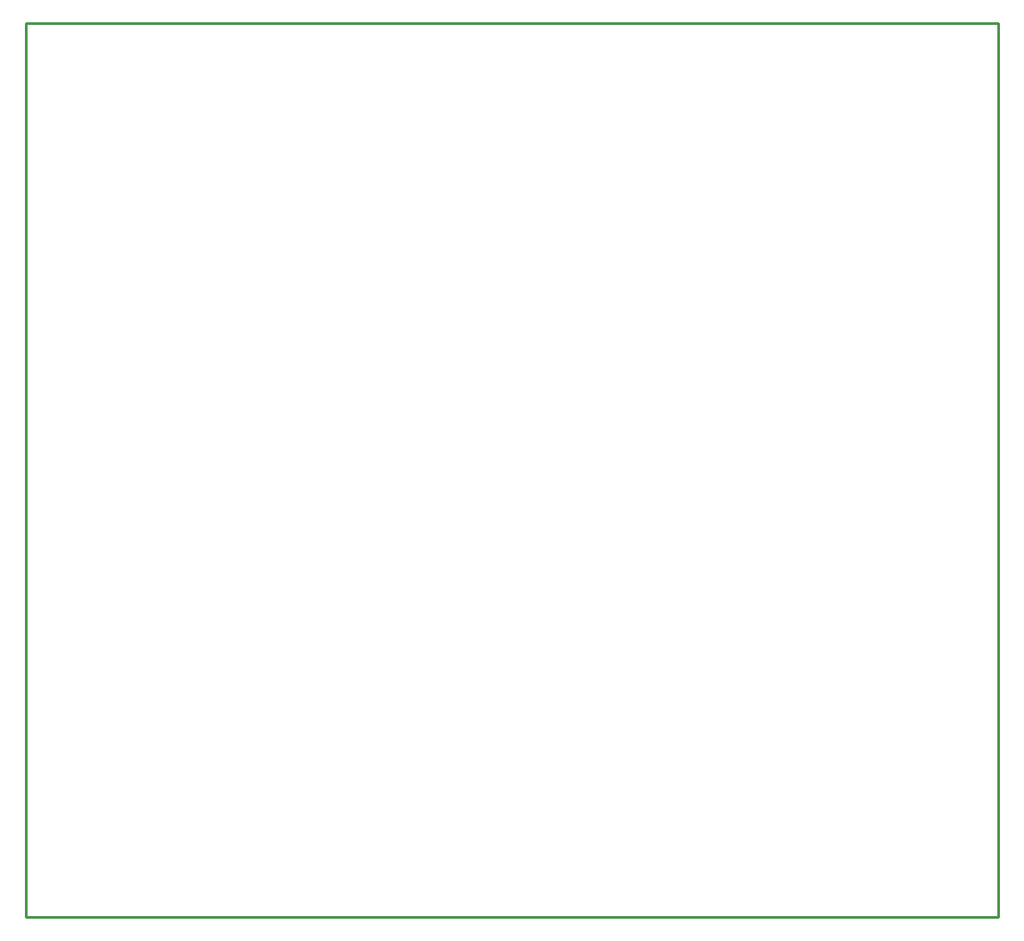
<source format=gm1>
G04 Layer_Color=16711935*
%FSLAX24Y24*%
%MOIN*%
G70*
G01*
G75*
%ADD28C,0.0100*%
D28*
X0Y0D02*
X984D01*
X36417D01*
Y33465D01*
X0D02*
X36417D01*
X0Y0D02*
Y33465D01*
M02*

</source>
